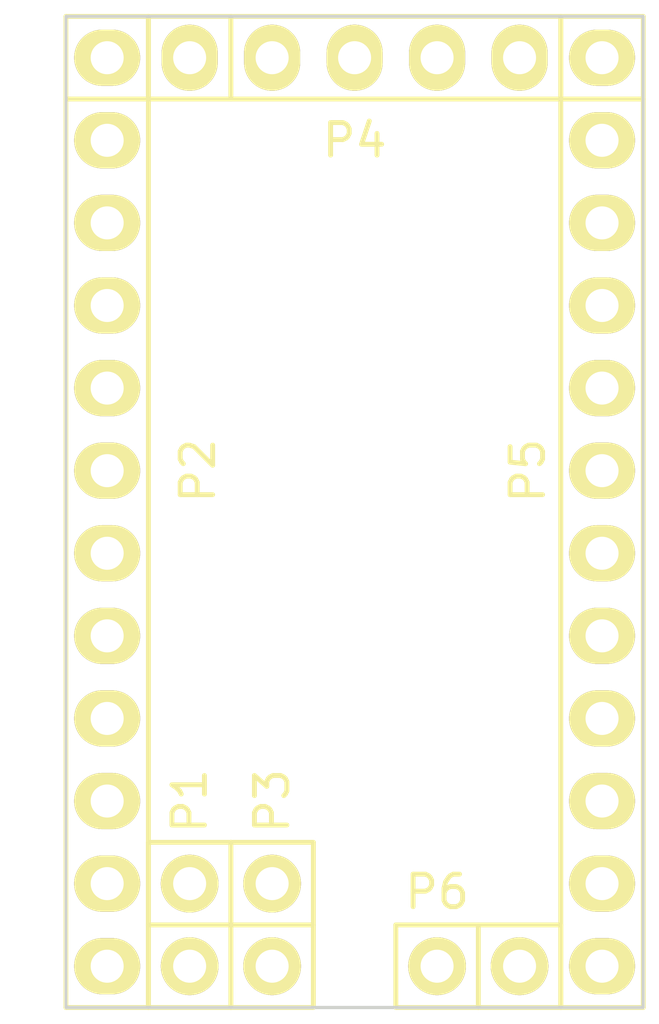
<source format=kicad_pcb>
(kicad_pcb (version 20221018) (generator pcbnew)
  (title_block (date "sam. 04 avril 2015"))
  (layers (0 "F.Cu" signal) (31 "B.Cu" signal) (34 "B.Paste" user) (35 "F.Paste" user) (36 "B.SilkS" user "B.Silkscreen") (37 "F.SilkS" user "F.Silkscreen") (38 "B.Mask" user) (39 "F.Mask" user) (44 "Edge.Cuts" user))
  (net 0 "")
  (net 1 "/A6")
  (net 2 "/A4")
  (net 3 "/1(Tx)")
  (net 4 "/0(Rx)")
  (net 5 "/Reset")
  (net 6 "GND")
  (net 7 "/2")
  (net 8 "/3(**)")
  (net 9 "/4")
  (net 10 "/5(**)")
  (net 11 "/6(**)")
  (net 12 "/7")
  (net 13 "/8")
  (net 14 "/9(**)")
  (net 15 "/A7")
  (net 16 "/A5")
  (net 17 "+5V")
  (net 18 "+9V")
  (net 19 "/A3")
  (net 20 "/A2")
  (net 21 "/A1")
  (net 22 "/A0")
  (net 23 "/13(SCK)")
  (net 24 "/10(**/SS)")
  (net 25 "/12(**/MISO)")
  (net 26 "/11(MOSI)")
  (footprint "Socket_Arduino_Mini:Socket_Strip_Arduino_1x12" (layer "F.Cu") (at 135.763 77.216 -90)
    (fp_text reference "P2" (at 12.7 -2.794 270) (layer "F.SilkS"))
    (fp_text value "Digital")
    (fp_line (start -1.27 -1.27) (end -1.27 1.27) (stroke (width 0.15)) (layer "F.SilkS"))
    (fp_line (start -1.27 1.27) (end 1.27 1.27) (stroke (width 0.15)) (layer "F.SilkS"))
    (fp_line (start 1.27 -1.27) (end -1.27 -1.27) (stroke (width 0.15)) (layer "F.SilkS"))
    (fp_line (start 1.27 1.27) (end 1.27 -1.27) (stroke (width 0.15)) (layer "F.SilkS"))
    (fp_line (start 1.27 1.27) (end 29.21 1.27) (stroke (width 0.15)) (layer "F.SilkS"))
    (fp_line (start 29.21 -1.27) (end 1.27 -1.27) (stroke (width 0.15)) (layer "F.SilkS"))
    (fp_line (start 29.21 1.27) (end 29.21 -1.27) (stroke (width 0.15)) (layer "F.SilkS"))
    (pad "1" thru_hole oval locked (at 0 0 270) (size 1.7272 2.032) (drill 1.016) (layers "*.Cu" "*.Mask" "F.SilkS") (net 3 "/1(Tx)"))
    (pad "2" thru_hole oval locked (at 2.54 0 270) (size 1.7272 2.032) (drill 1.016) (layers "*.Cu" "*.Mask" "F.SilkS") (net 4 "/0(Rx)"))
    (pad "3" thru_hole oval locked (at 5.08 0 270) (size 1.7272 2.032) (drill 1.016) (layers "*.Cu" "*.Mask" "F.SilkS") (net 5 "/Reset"))
    (pad "4" thru_hole oval locked (at 7.62 0 270) (size 1.7272 2.032) (drill 1.016) (layers "*.Cu" "*.Mask" "F.SilkS") (net 6 "GND"))
    (pad "5" thru_hole oval locked (at 10.16 0 270) (size 1.7272 2.032) (drill 1.016) (layers "*.Cu" "*.Mask" "F.SilkS") (net 7 "/2"))
    (pad "6" thru_hole oval locked (at 12.7 0 270) (size 1.7272 2.032) (drill 1.016) (layers "*.Cu" "*.Mask" "F.SilkS") (net 8 "/3(**)"))
    (pad "7" thru_hole oval locked (at 15.24 0 270) (size 1.7272 2.032) (drill 1.016) (layers "*.Cu" "*.Mask" "F.SilkS") (net 9 "/4"))
    (pad "8" thru_hole oval locked (at 17.78 0 270) (size 1.7272 2.032) (drill 1.016) (layers "*.Cu" "*.Mask" "F.SilkS") (net 10 "/5(**)"))
    (pad "9" thru_hole oval locked (at 20.32 0 270) (size 1.7272 2.032) (drill 1.016) (layers "*.Cu" "*.Mask" "F.SilkS") (net 11 "/6(**)"))
    (pad "10" thru_hole oval locked (at 22.86 0 270) (size 1.7272 2.032) (drill 1.016) (layers "*.Cu" "*.Mask" "F.SilkS") (net 12 "/7"))
    (pad "11" thru_hole oval locked (at 25.4 0 270) (size 1.7272 2.032) (drill 1.016) (layers "*.Cu" "*.Mask" "F.SilkS") (net 13 "/8"))
    (pad "12" thru_hole oval locked (at 27.94 0 270) (size 1.7272 2.032) (drill 1.016) (layers "*.Cu" "*.Mask" "F.SilkS") (net 14 "/9(**)"))
  )
  (footprint "Socket_Arduino_Mini:Socket_Strip_Arduino_1x05" (layer "F.Cu") (at 138.303 77.216)
    (fp_text reference "P4" (at 5.08 2.54) (layer "F.SilkS"))
    (fp_text value "COM")
    (fp_line (start -1.27 -1.27) (end -1.27 1.27) (stroke (width 0.15)) (layer "F.SilkS"))
    (fp_line (start -1.27 1.27) (end 1.27 1.27) (stroke (width 0.15)) (layer "F.SilkS"))
    (fp_line (start 1.27 -1.27) (end -1.27 -1.27) (stroke (width 0.15)) (layer "F.SilkS"))
    (fp_line (start 1.27 1.27) (end 1.27 -1.27) (stroke (width 0.15)) (layer "F.SilkS"))
    (fp_line (start 1.27 1.27) (end 11.43 1.27) (stroke (width 0.15)) (layer "F.SilkS"))
    (fp_line (start 11.43 -1.27) (end 1.27 -1.27) (stroke (width 0.15)) (layer "F.SilkS"))
    (fp_line (start 11.43 1.27) (end 11.43 -1.27) (stroke (width 0.15)) (layer "F.SilkS"))
    (pad "1" thru_hole oval locked (at 0 0) (size 1.7272 2.032) (drill 1.016) (layers "*.Cu" "*.Mask" "F.SilkS") (net 5 "/Reset"))
    (pad "2" thru_hole oval locked (at 2.54 0) (size 1.7272 2.032) (drill 1.016) (layers "*.Cu" "*.Mask" "F.SilkS") (net 3 "/1(Tx)"))
    (pad "3" thru_hole oval locked (at 5.08 0) (size 1.7272 2.032) (drill 1.016) (layers "*.Cu" "*.Mask" "F.SilkS") (net 4 "/0(Rx)"))
    (pad "4" thru_hole oval locked (at 7.62 0) (size 1.7272 2.032) (drill 1.016) (layers "*.Cu" "*.Mask" "F.SilkS") (net 17 "+5V"))
    (pad "5" thru_hole oval locked (at 10.16 0) (size 1.7272 2.032) (drill 1.016) (layers "*.Cu" "*.Mask" "F.SilkS") (net 6 "GND"))
  )
  (footprint "Socket_Arduino_Mini:Socket_Strip_Arduino_1x12" (layer "F.Cu") (at 151.003 77.216 -90)
    (fp_text reference "P5" (at 12.7 2.286 270) (layer "F.SilkS"))
    (fp_text value "Analog")
    (fp_line (start -1.27 -1.27) (end -1.27 1.27) (stroke (width 0.15)) (layer "F.SilkS"))
    (fp_line (start -1.27 1.27) (end 1.27 1.27) (stroke (width 0.15)) (layer "F.SilkS"))
    (fp_line (start 1.27 -1.27) (end -1.27 -1.27) (stroke (width 0.15)) (layer "F.SilkS"))
    (fp_line (start 1.27 1.27) (end 1.27 -1.27) (stroke (width 0.15)) (layer "F.SilkS"))
    (fp_line (start 1.27 1.27) (end 29.21 1.27) (stroke (width 0.15)) (layer "F.SilkS"))
    (fp_line (start 29.21 -1.27) (end 1.27 -1.27) (stroke (width 0.15)) (layer "F.SilkS"))
    (fp_line (start 29.21 1.27) (end 29.21 -1.27) (stroke (width 0.15)) (layer "F.SilkS"))
    (pad "1" thru_hole oval locked (at 0 0 270) (size 1.7272 2.032) (drill 1.016) (layers "*.Cu" "*.Mask" "F.SilkS") (net 18 "+9V"))
    (pad "2" thru_hole oval locked (at 2.54 0 270) (size 1.7272 2.032) (drill 1.016) (layers "*.Cu" "*.Mask" "F.SilkS") (net 6 "GND"))
    (pad "3" thru_hole oval locked (at 5.08 0 270) (size 1.7272 2.032) (drill 1.016) (layers "*.Cu" "*.Mask" "F.SilkS") (net 5 "/Reset"))
    (pad "4" thru_hole oval locked (at 7.62 0 270) (size 1.7272 2.032) (drill 1.016) (layers "*.Cu" "*.Mask" "F.SilkS") (net 17 "+5V"))
    (pad "5" thru_hole oval locked (at 10.16 0 270) (size 1.7272 2.032) (drill 1.016) (layers "*.Cu" "*.Mask" "F.SilkS") (net 19 "/A3"))
    (pad "6" thru_hole oval locked (at 12.7 0 270) (size 1.7272 2.032) (drill 1.016) (layers "*.Cu" "*.Mask" "F.SilkS") (net 20 "/A2"))
    (pad "7" thru_hole oval locked (at 15.24 0 270) (size 1.7272 2.032) (drill 1.016) (layers "*.Cu" "*.Mask" "F.SilkS") (net 21 "/A1"))
    (pad "8" thru_hole oval locked (at 17.78 0 270) (size 1.7272 2.032) (drill 1.016) (layers "*.Cu" "*.Mask" "F.SilkS") (net 22 "/A0"))
    (pad "9" thru_hole oval locked (at 20.32 0 270) (size 1.7272 2.032) (drill 1.016) (layers "*.Cu" "*.Mask" "F.SilkS") (net 23 "/13(SCK)"))
    (pad "10" thru_hole oval locked (at 22.86 0 270) (size 1.7272 2.032) (drill 1.016) (layers "*.Cu" "*.Mask" "F.SilkS") (net 25 "/12(**/MISO)"))
    (pad "11" thru_hole oval locked (at 25.4 0 270) (size 1.7272 2.032) (drill 1.016) (layers "*.Cu" "*.Mask" "F.SilkS") (net 26 "/11(MOSI)"))
    (pad "12" thru_hole oval locked (at 27.94 0 270) (size 1.7272 2.032) (drill 1.016) (layers "*.Cu" "*.Mask" "F.SilkS") (net 24 "/10(**/SS)"))
  )
  (footprint "Socket_Arduino_Mini:Socket_Strip_Arduino_1x02" (layer "F.Cu") (at 138.303 102.616 -90)
    (fp_text reference "P1" (at -2.54 0 270) (layer "F.SilkS"))
    (fp_text value "ADC")
    (fp_line (start -1.27 -1.27) (end -1.27 1.27) (stroke (width 0.15)) (layer "F.SilkS"))
    (fp_line (start -1.27 1.27) (end 1.27 1.27) (stroke (width 0.15)) (layer "F.SilkS"))
    (fp_line (start 1.27 -1.27) (end -1.27 -1.27) (stroke (width 0.15)) (layer "F.SilkS"))
    (fp_line (start 1.27 -1.27) (end 3.81 -1.27) (stroke (width 0.15)) (layer "F.SilkS"))
    (fp_line (start 1.27 1.27) (end 1.27 -1.27) (stroke (width 0.15)) (layer "F.SilkS"))
    (fp_line (start 3.81 -1.27) (end 3.81 1.27) (stroke (width 0.15)) (layer "F.SilkS"))
    (fp_line (start 3.81 1.27) (end 1.27 1.27) (stroke (width 0.15)) (layer "F.SilkS"))
    (pad "1" thru_hole circle locked (at 0 0 270) (size 1.778 1.778) (drill 1.016) (layers "*.Cu" "*.Mask" "F.SilkS") (net 1 "/A6"))
    (pad "2" thru_hole circle locked (at 2.54 0 270) (size 1.778 1.778) (drill 1.016) (layers "*.Cu" "*.Mask" "F.SilkS") (net 2 "/A4"))
  )
  (footprint "Socket_Arduino_Mini:Socket_Strip_Arduino_1x02" (layer "F.Cu") (at 140.843 102.616 -90)
    (fp_text reference "P3" (at -2.54 0 270) (layer "F.SilkS"))
    (fp_text value "ADC")
    (fp_line (start -1.27 -1.27) (end -1.27 1.27) (stroke (width 0.15)) (layer "F.SilkS"))
    (fp_line (start -1.27 1.27) (end 1.27 1.27) (stroke (width 0.15)) (layer "F.SilkS"))
    (fp_line (start 1.27 -1.27) (end -1.27 -1.27) (stroke (width 0.15)) (layer "F.SilkS"))
    (fp_line (start 1.27 -1.27) (end 3.81 -1.27) (stroke (width 0.15)) (layer "F.SilkS"))
    (fp_line (start 1.27 1.27) (end 1.27 -1.27) (stroke (width 0.15)) (layer "F.SilkS"))
    (fp_line (start 3.81 -1.27) (end 3.81 1.27) (stroke (width 0.15)) (layer "F.SilkS"))
    (fp_line (start 3.81 1.27) (end 1.27 1.27) (stroke (width 0.15)) (layer "F.SilkS"))
    (pad "1" thru_hole circle locked (at 0 0 270) (size 1.778 1.778) (drill 1.016) (layers "*.Cu" "*.Mask" "F.SilkS") (net 15 "/A7"))
    (pad "2" thru_hole circle locked (at 2.54 0 270) (size 1.778 1.778) (drill 1.016) (layers "*.Cu" "*.Mask" "F.SilkS") (net 16 "/A5"))
  )
  (footprint "Socket_Arduino_Mini:Socket_Strip_Arduino_1x02" (layer "F.Cu") (at 145.923 105.156)
    (fp_text reference "P6" (at 0 -2.286) (layer "F.SilkS"))
    (fp_text value "PWR")
    (fp_line (start -1.27 -1.27) (end -1.27 1.27) (stroke (width 0.15)) (layer "F.SilkS"))
    (fp_line (start -1.27 1.27) (end 1.27 1.27) (stroke (width 0.15)) (layer "F.SilkS"))
    (fp_line (start 1.27 -1.27) (end -1.27 -1.27) (stroke (width 0.15)) (layer "F.SilkS"))
    (fp_line (start 1.27 -1.27) (end 3.81 -1.27) (stroke (width 0.15)) (layer "F.SilkS"))
    (fp_line (start 1.27 1.27) (end 1.27 -1.27) (stroke (width 0.15)) (layer "F.SilkS"))
    (fp_line (start 3.81 -1.27) (end 3.81 1.27) (stroke (width 0.15)) (layer "F.SilkS"))
    (fp_line (start 3.81 1.27) (end 1.27 1.27) (stroke (width 0.15)) (layer "F.SilkS"))
    (pad "1" thru_hole circle locked (at 0 0) (size 1.778 1.778) (drill 1.016) (layers "*.Cu" "*.Mask" "F.SilkS") (net 17 "+5V"))
    (pad "2" thru_hole circle locked (at 2.54 0) (size 1.778 1.778) (drill 1.016) (layers "*.Cu" "*.Mask" "F.SilkS") (net 6 "GND"))
  )
  (gr_line (start 152.273 75.946) (end 134.493 75.946) (stroke (width 0.1)) (layer "Edge.Cuts"))
  (gr_line (start 134.493 75.946) (end 134.493 106.426) (stroke (width 0.1)) (layer "Edge.Cuts"))
  (gr_line (start 152.273 106.426) (end 152.273 75.946) (stroke (width 0.1)) (layer "Edge.Cuts"))
  (gr_line (start 134.493 106.426) (end 152.273 106.426) (stroke (width 0.1)) (layer "Edge.Cuts"))
)
</source>
